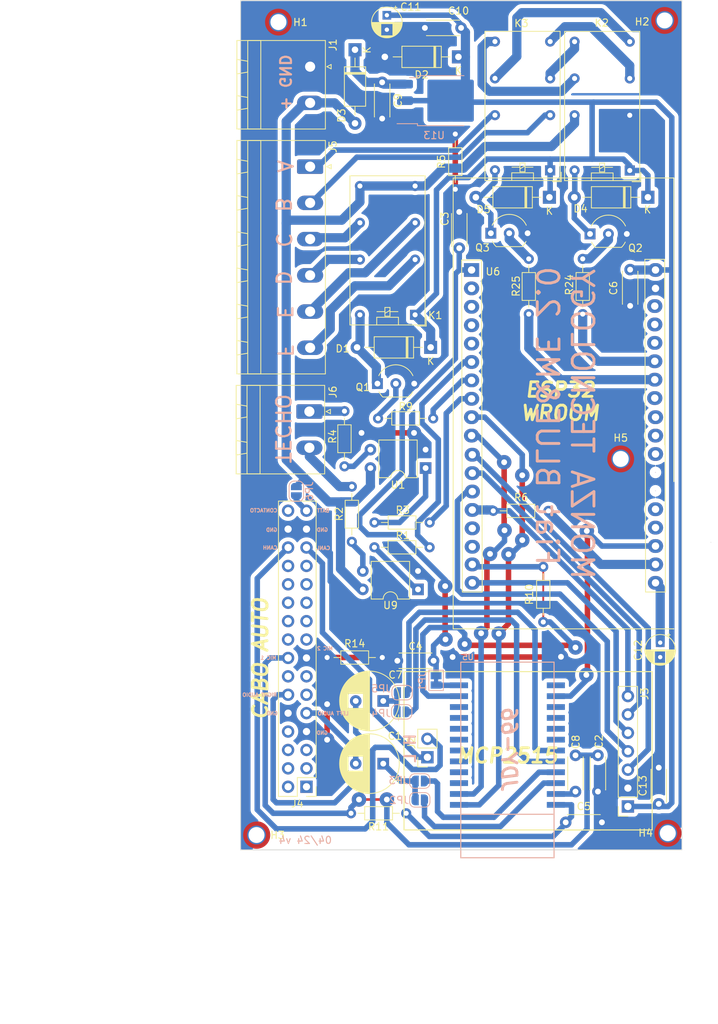
<source format=kicad_pcb>
(kicad_pcb (version 20240108) (generator "pcbnew") (generator_version "8.0")
  (title_block (title "FIAT CAN + TECHO + ESPEJOS+ Bt") (date "2024-04-05") (rev "V2") (company "MONZA"))
  (layers (0 "F.Cu" signal) (31 "B.Cu" signal) (34 "B.Paste" user) (35 "F.Paste" user) (36 "B.SilkS" user "B.Silkscreen") (37 "F.SilkS" user "F.Silkscreen") (38 "B.Mask" user) (39 "F.Mask" user) (44 "Edge.Cuts" user))
  (net 0 "")
  (net 1 "+12V")
  (net 2 "BATT-")
  (net 3 "+5V")
  (net 5 "Net-(D1-A)")
  (net 6 "BATT+")
  (net 7 "Net-(D4-A)")
  (net 8 "Net-(D5-A)")
  (net 9 "OPEN_TECH_CAR")
  (net 10 "CLOSE_TECH_CAR")
  (net 11 "CANL_50")
  (net 12 "CANH_50")
  (net 13 "CLOSE_MIRR_CAR")
  (net 14 "OPEN_MIRR_CAR")
  (net 15 "CS")
  (net 16 "SO")
  (net 17 "SI")
  (net 18 "SCK")
  (net 19 "INT")
  (net 20 "TECHO+'")
  (net 21 "TECHO+")
  (net 22 "MIRROR+'")
  (net 23 "MIRROR+")
  (net 24 "Net-(K2-Pad6)")
  (net 25 "Net-(K2-Pad8)")
  (net 26 "Net-(K2-Pad9)")
  (net 27 "Net-(K2-Pad11)")
  (net 28 "Net-(Q1-B)")
  (net 29 "Net-(Q2-B)")
  (net 30 "Net-(Q3-B)")
  (net 31 "OPEN_TECH")
  (net 32 "Net-(R1-Pad2)")
  (net 33 "Net-(R2-Pad1)")
  (net 34 "CLOSE_TECH")
  (net 35 "Net-(R3-Pad2)")
  (net 36 "Net-(R4-Pad1)")
  (net 37 "OPEN_MIRR")
  (net 38 "CLOSE_MIRR")
  (net 39 "POWER")
  (net 40 "+3.3VP")
  (net 41 "Net-(JP2-B)")
  (net 48 "Net-(U6-EN)")
  (net 49 "SLEEP")
  (net 59 "R")
  (net 60 "L")
  (net 61 "Net-(U5-MIC-VCC)")
  (net 62 "MIC 1")
  (net 63 "RTSAUDIO")
  (net 64 "TXAUDIO")
  (net 65 "RXAUDIO")
  (net 70 "Net-(JP4-B)")
  (net 71 "Net-(U5-MIC-IN)")
  (net 72 "USB_D+")
  (net 73 "Net-(J4-Pin_31)")
  (net 83 "USB_D-")
  (net 84 "USB_+5V")
  (net 91 "CONTACTO")
  (net 92 "Net-(JP1-A)")
  (net 99 "Net-(JP3-A)")
  (net 100 "Net-(JP4-A)")
  (net 101 "Net-(JP5-A)")
  (net 103 "ESTADOBT")
  (net 104 "Net-(JP2-A)")
  (footprint "Capacitor_THT:C_Disc_D4.3mm_W1.9mm_P5.00mm" (layer "F.Cu") (at 148.3 139.4 -90)
    (property "Reference" "C8")
    (property "Value" "1uf")
  )
  (footprint "Package_TO_SOT_THT:TO-92_Inline_Wide" (layer "F.Cu") (at 120.95 88.1)
    (property "Reference" "Q1")
    (property "Value" "BC547")
  )
  (footprint "Connector_Phoenix_MSTB:PhoenixContact_MSTBA_2,5_2-G_1x02_P5.00mm_Horizontal" (layer "F.Cu") (at 111.55 91.95 -90)
    (property "Reference" "J6")
    (property "Value" "Alimentacion")
  )
  (footprint "Capacitor_THT:CP_Radial_D8.0mm_P3.80mm" (layer "F.Cu") (at 121.75 131.9 180)
    (property "Reference" "C7")
    (property "Value" "220uf")
  )
  (footprint "Resistor_THT:R_Axial_DIN0204_L3.6mm_D1.6mm_P7.62mm_Horizontal" (layer "F.Cu") (at 141.85 78.5 90)
    (property "Reference" "R25")
    (property "Value" "1k")
  )
  (footprint "Connector_Phoenix_MSTB:PhoenixContact_MSTBA_2,5_2-G_1x02_P5.00mm_Horizontal" (layer "F.Cu") (at 111.65 44.35 -90)
    (property "Reference" "J1")
    (property "Value" "Bateria")
  )
  (footprint "Capacitor_THT:C_Disc_D4.3mm_W1.9mm_P5.00mm" (layer "F.Cu") (at 132.5 39 180)
    (property "Reference" "C10")
    (property "Value" "100n")
  )
  (footprint "Resistor_THT:R_Axial_DIN0204_L3.6mm_D1.6mm_P7.62mm_Horizontal" (layer "F.Cu") (at 149.3 78.5 90)
    (property "Reference" "R24")
    (property "Value" "1k")
  )
  (footprint "Diode_THT:D_A-405_P10.16mm_Horizontal" (layer "F.Cu") (at 158.3 62.38 180)
    (property "Reference" "D4")
    (property "Value" "1N4007")
  )
  (footprint "Resistor_THT:R_Axial_DIN0204_L3.6mm_D1.6mm_P7.62mm_Horizontal" (layer "F.Cu") (at 116.396 99.516 90)
    (property "Reference" "R4")
    (property "Value" "120")
  )
  (footprint "Resistor_THT:R_Axial_DIN0204_L3.6mm_D1.6mm_P7.62mm_Horizontal" (layer "F.Cu") (at 131.7 61.274 90)
    (property "Reference" "R5")
    (property "Value" "0")
  )
  (footprint "Diode_THT:D_A-405_P10.16mm_Horizontal" (layer "F.Cu") (at 132.13 43 180)
    (property "Reference" "D2")
    (property "Value" "P6KE12A")
  )
  (footprint "Capacitor_THT:C_Disc_D4.3mm_W1.9mm_P5.00mm" (layer "F.Cu") (at 128.7 126.35 180)
    (property "Reference" "C4")
    (property "Value" "100n")
  )
  (footprint "Connector_PinHeader_2.54mm:PinHeader_2x16_P2.54mm_Vertical" (layer "F.Cu") (at 111.15 143.74 180)
    (property "Reference" "J4")
    (property "Value" "CABO_AUTO")
  )
  (footprint "Connector_PinSocket_2.54mm:PinSocket_1x02_P2.54mm_Vertical" (layer "F.Cu") (at 127.85 139.664 180)
    (property "Reference" "J2")
    (property "Value" "CAN_MCP")
  )
  (footprint "Package_TO_SOT_THT:TO-92_Inline_Wide" (layer "F.Cu") (at 150.31 67.44)
    (property "Reference" "Q2")
    (property "Value" "BC547")
  )
  (footprint "MountingHole:MountingHole_2.2mm_M2_DIN965_Pad_TopOnly" (layer "F.Cu") (at 154.545 98.495)
    (property "Reference" "H5")
    (property "Value" "MountingHole_Pad")
  )
  (footprint "Package_DIP:DIP-4_W7.62mm" (layer "F.Cu") (at 126.55 116.5 180)
    (property "Reference" "U9")
    (property "Value" "EL817")
  )
  (footprint "Capacitor_THT:CP_Radial_D4.0mm_P2.00mm" (layer "F.Cu") (at 160 123.85 -90)
    (property "Reference" "C12")
    (property "Value" "1uf")
  )
  (footprint "Resistor_THT:R_Axial_DIN0204_L3.6mm_D1.6mm_P7.62mm_Horizontal" (layer "F.Cu") (at 143.85 121 90)
    (property "Reference" "R10")
    (property "Value" "0")
  )
  (footprint "Connector_PinSocket_2.54mm:PinSocket_1x07_P2.54mm_Vertical" (layer "F.Cu") (at 155.54 146.464 180)
    (property "Reference" "J3")
    (property "Value" "MCP2515")
  )
  (footprint "Capacitor_THT:C_Disc_D4.3mm_W1.9mm_P5.00mm" (layer "F.Cu") (at 132.25 69.4 90)
    (property "Reference" "C3")
    (property "Value" "100n")
  )
  (footprint "Connector_Phoenix_MSTB:PhoenixContact_MSTBA_2,5_6-G_1x06_P5.00mm_Horizontal" (layer "F.Cu") (at 111.65 58.15 -90)
    (property "Reference" "J5")
    (property "Value" "Señales")
  )
  (footprint "MountingHole:MountingHole_2.2mm_M2_DIN965_Pad_TopOnly" (layer "F.Cu") (at 160.6174 37.9718)
    (property "Reference" "H2")
    (property "Value" "MountingHole_Pad")
  )
  (footprint "Resistor_THT:R_Axial_DIN0204_L3.6mm_D1.6mm_P7.62mm_Horizontal" (layer "F.Cu") (at 117.3 147.4)
    (property "Reference" "R11")
    (property "Value" "1k")
  )
  (footprint "Capacitor_THT:C_Disc_D4.3mm_W1.9mm_P5.00mm" (layer "F.Cu") (at 121.6 46.514 -90)
    (property "Reference" "C9")
    (property "Value" "100n")
  )
  (footprint "Relay_THT:Relay_DPDT_Omron_G5V-2" (layer "F.Cu") (at 155.795 58.68 180)
    (property "Reference" "K2")
    (property "Value" "EC2-3NU")
  )
  (footprint "MountingHole:MountingHole_2.2mm_M2_DIN965_Pad_TopOnly" (layer "F.Cu") (at 104.25 150.4 180)
    (property "Reference" "H3")
    (property "Value" "MountingHole_Pad")
  )
  (footprint "Relay_THT:Relay_DPDT_Omron_G5V-2" (layer "F.Cu") (at 144.8 58.664 180)
    (property "Reference" "K3")
    (property "Value" "EC2-3NU")
  )
  (footprint "Capacitor_THT:CP_Radial_D8.0mm_P3.80mm" (layer "F.Cu") (at 121.75 140.55 180)
    (property "Reference" "C1")
    (property "Value" "220uf")
  )
  (footprint "Resistor_THT:R_Axial_DIN0204_L3.6mm_D1.6mm_P7.62mm_Horizontal" (layer "F.Cu") (at 136.9455 105.6585)
    (property "Reference" "R6")
    (property "Value" "1K")
  )
  (footprint "Diode_THT:D_A-405_P10.16mm_Horizontal" (layer "F.Cu") (at 117.85 42.014 -90)
    (property "Reference" "D3")
    (property "Value" "D_Schottky 1N5819")
  )
  (footprint "Capacitor_THT:CP_Radial_D4.0mm_P2.00mm" (layer "F.Cu") (at 122.25 37.25 -90)
    (property "Reference" "C11")
    (property "Value" "10u")
  )
  (footprint "Resistor_THT:R_Axial_DIN0204_L3.6mm_D1.6mm_P7.62mm_Horizontal" (layer "F.Cu") (at 128.15 110.689 180)
    (property "Reference" "R1")
    (property "Value" "150")
  )
  (footprint "Diode_THT:D_A-405_P10.16mm_Horizontal" (layer "F.Cu") (at 128.3 83.1 180)
    (property "Reference" "D1")
    (property "Value" "1N4007")
  )
  (footprint "Capacitor_THT:C_Disc_D4.3mm_W1.9mm_P5.00mm" (layer "F.Cu") (at 151.4 139.4 -90)
    (property "Reference" "C2")
    (property "Value" "100nf")
  )
  (footprint "Relay_THT:Relay_DPDT_Omron_G5V-2" (layer "F.Cu") (at 126.15 78.6 180)
    (property "Reference" "K1")
    (property "Value" "EC2-3NU")
  )
  (footprint "MountingHole:MountingHole_2.2mm_M2_DIN965_Pad_TopOnly" (layer "F.Cu") (at 161.05 150.15)
    (property "Reference" "H4")
    (property "Value" "MountingHole_Pad")
  )
  (footprint "Package_DIP:DIP-4_W7.62mm" (layer "F.Cu") (at 127.6 99.75 180)
    (property "Reference" "U1")
    (property "Value" "EL817")
  )
  (footprint "Resistor_THT:R_Axial_DIN0204_L3.6mm_D1.6mm_P7.62mm_Horizontal" (layer "F.Cu") (at 114 125.9)
    (property "Reference" "R14")
    (property "Value" "0")
  )
  (footprint "Resistor_THT:R_Axial_DIN0204_L3.6mm_D1.6mm_P7.62mm_Horizontal" (layer "F.Cu") (at 128.16 107.264 180)
    (property "Reference" "R3")
    (property "Value" "150")
  )
  (footprint "Resistor_THT:R_Axial_DIN0204_L3.6mm_D1.6mm_P7.62mm_Horizontal" (layer "F.Cu") (at 128.65 92.9 180)
    (property "Reference" "R9")
    (property "Value" "1k")
  )
  (footprint "Resistor_THT:R_Axial_DIN0204_L3.6mm_D1.6mm_P7.62mm_Horizontal" (layer "F.Cu") (at 117.412 109.93 90)
    (property "Reference" "R2")
    (property "Value" "120")
  )
  (footprint "Diode_THT:D_A-405_P10.16mm_Horizontal" (layer "F.Cu") (at 144.7 62.38 180)
    (property "Reference" "D5")
    (property "Value" "1N4007")
  )
  (footprint "Package_TO_SOT_THT:TO-92_Inline_Wide" (layer "F.Cu") (at 136.61 67.34)
    (property "Reference" "Q3")
    (property "Value" "BC547")
  )
  (footprint "Capacitor_THT:C_Disc_D4.3mm_W1.9mm_P5.00mm" (layer "F.Cu") (at 155.85 72.364 -90)
    (property "Reference" "C6")
    (property "Value" "100n")
  )
  (footprint "MountingHole:MountingHole_2.2mm_M2_DIN965_Pad_TopOnly" (layer "F.Cu") (at 107.2774 38.2004)
    (property "Reference" "H1")
    (property "Value" "MountingHole_Pad")
  )
  (footprint "Capacitor_THT:C_Disc_D4.3mm_W1.9mm_P5.00mm" (layer "F.Cu") (at 146.95 148.65)
    (property "Reference" "C5")
    (property "Value" "1uf")
  )
  (footprint "IMSA:ESP32_DEVKIT11" (layer "F.Cu") (at 146.65 74.954)
    (property "Reference" "U6")
    (property "Value" "ESP32-DEVKIT-V1")
  )
  (footprint "Capacitor_THT:C_Disc_D4.3mm_W1.9mm_P5.00mm" (layer "F.Cu") (at 159.8 146.1 90)
    (property "Reference" "C13")
    (property "Value" "100n")
  )
  (footprint "PLACA_PROTO - copia:JDY-18" (layer "B.Cu") (at 131.46 125.5369)
    (property "Reference" "U5")
    (property "Value" "JDY-66")
  )
  (footprint "Jumper:SolderJumper-2_P1.3mm_Open_RoundedPad1.0x1.5mm" (layer "B.Cu") (at 109.75 102.95 90)
    (property "Reference" "JP6")
    (property "Value" "SolderJumper_2_Open")
  )
  (footprint "Jumper:SolderJumper-2_P1.3mm_Open_RoundedPad1.0x1.5mm" (layer "B.Cu") (at 124.35 130.75 180)
    (property "Reference" "JP5")
    (property "Value" "SolderJumper_2_Open")
  )
  (footprint "Jumper:SolderJumper-2_P1.3mm_Open_RoundedPad1.0x1.5mm" (layer "B.Cu") (at 126.8 142.95 180)
    (property "Reference" "JP3")
    (property "Value" "SolderJumper_2_Open")
  )
  (footprint "Jumper:SolderJumper-2_P1.3mm_Bridged_Pad1.0x1.5mm" (layer "B.Cu") (at 129.05 129.05 90)
    (property "Reference" "JP1")
    (property "Value" "5V")
  )
  (footprint "Jumper:SolderJumper-2_P1.3mm_Open_RoundedPad1.0x1.5mm" (layer "B.Cu") (at 126.8 145.55 180)
    (property "Reference" "JP2")
    (property "Value" "SolderJumper_2_Open")
  )
  (footprint "Package_TO_SOT_SMD:TO-252-3_TabPin2" (layer "B.Cu") (at 129.7925 49.044)
    (property "Reference" "U13")
    (property "Value" "LM1117DT-5.0")
  )
  (footprint "Jumper:SolderJumper-2_P1.3mm_Open_RoundedPad1.0x1.5mm" (layer "B.Cu") (at 124.3 133.4 180)
    (property "Reference" "JP4")
    (property "Value" "SolderJumper_2_Open")
  )
  (gr_rect (start 124.62 127.85) (end 158.89 149.7) (stroke (width 0.15)) (fill none) (layer "F.SilkS"))
  (gr_rect (start 102.05 35.25) (end 163 152.45) (stroke (width 0.1)) (fill none) (layer "Edge.Cuts"))
  (gr_line (start 167 110) (end 167 110) (stroke (width 0.1)) (layer "Edge.Cuts"))
  (gr_text "E" (at 106.943 79.309524 -90) (layer "B.SilkS") (effects (font (size 2 2) (thickness 0.3)) (justify left bottom mirror)))
  (gr_text "A" (at 106.993 59.164286 -90) (layer "B.SilkS") (effects (font (size 2 2) (thickness 0.3)) (justify left bottom mirror)))
  (gr_text "RIGHT AUDIO" (at 107.13 131.35 0) (layer "B.SilkS") (effects (font (size 0.5 0.5) (thickness 0.125)) (justify left bottom mirror)))
  (gr_text "L" (at 126.35 138.95 90) (layer "B.SilkS") (effects (font (size 1.5 1.5) (thickness 0.3) (bold yes)) (justify left bottom mirror)))
  (gr_text "MIC 2" (at 114.86 124.95 0) (layer "B.SilkS") (effects (font (size 0.5 0.5) (thickness 0.125)) (justify left bottom mirror)))
  (gr_text "BATT" (at 114.38 105.92 0) (layer "B.SilkS") (effects (font (size 0.5 0.5) (thickness 0.125)) (justify left bottom mirror)))
  (gr_text "D" (at 106.743 74.7 -90) (layer "B.SilkS") (effects (font (size 2 2) (thickness 0.3)) (justify left bottom mirror)))
  (gr_text "CANL" (at 114.49 111.09 0) (layer "B.SilkS") (effects (font (size 0.5 0.5) (thickness 0.125)) (justify left bottom mirror)))
  (gr_text "C" (at 106.793 69.5 -90) (layer "B.SilkS") (effects (font (size 2 2) (thickness 0.3)) (justify left bottom mirror)))
  (gr_text "MIC 1" (at 107.05 126.24 0) (layer "B.SilkS") (effects (font (size 0.5 0.5) (thickness 0.125)) (justify left bottom mirror)))
  (gr_text "GND\n" (at 114.18 108.57 0) (layer "B.SilkS") (effects (font (size 0.5 0.5) (thickness 0.125)) (justify left bottom mirror)))
  (gr_text "JDY-66" (at 139.115 138.635 -90) (layer "B.SilkS") (effects (font (size 2 2) (thickness 0.4) (bold yes) (italic yes)) (justify mirror)))
  (gr_text "LEFT AUDIO" (at 117.049 133.9115 0) (layer "B.SilkS") (effects (font (size 0.5 0.5) (thickness 0.125)) (justify left bottom mirror)))
  (gr_text "04/24 v4" (at 114.75 151.7 0) (layer "B.SilkS") (effects (font (size 1 1)) (justify left bottom mirror)))
  (gr_text "GND\n" (at 114.16 136.59 0) (layer "B.SilkS") (effects (font (size 0.5 0.5) (thickness 0.125)) (justify left bottom mirror)))
  (gr_text "CANH" (at 107.2 111.04 0) (layer "B.SilkS") (effects (font (size 0.5 0.5) (thickness 0.125)) (justify left bottom mirror)))
  (gr_text "MONZA TECNOLOGY \nFiat BLUE&ME 2.0" (at 146.8 92.57 270) (layer "B.SilkS") (effects (font (size 3 3) (thickness 0.4)) (justify mirror)))
  (gr_text "+" (at 109.5 50.2 0) (layer "B.SilkS") (effects (font (size 1.5 1.5) (thickness 0.3) (bold yes)) (justify left bottom mirror)))
  (gr_text "GND\n" (at 107.24 133.9 0) (layer "B.SilkS") (effects (font (size 0.5 0.5) (thickness 0.125)) (justify left bottom mirror)))
  (gr_text "TECHO\n" (at 106.693 99.27381 -90) (layer "B.SilkS") (effects (font (size 2 2) (thickness 0.3)) (justify left bottom mirror)))
  (gr_text "F" (at 106.993 84.614286 -90) (layer "B.SilkS") (effects (font (size 2 2) (thickness 0.3)) (justify left bottom mirror)))
  (gr_text "GND" (at 107.308 47.471428 -90) (layer "B.SilkS") (effects (font (size 1.5 1.5) (thickness 0.3) (bold yes)) (justify left bottom mirror)))
  (gr_text "H" (at 126.32 136.26 90) (layer "B.SilkS") (effects (font (size 1.5 1.5) (thickness 0.3) (bold yes)) (justify left bottom mirror)))
  (gr_text "B" (at 106.743 64.6 -90) (layer "B.SilkS") (effects (font (size 2 2) (thickness 0.3)) (justify left bottom mirror)))
  (gr_text "CONTACTO\n" (at 107.2 105.9 0) (layer "B.SilkS") (effects (font (size 0.5 0.5) (thickness 0.125)) (justify left bottom mirror)))
  (gr_text "GND\n" (at 107.19 108.58 0) (layer "B.SilkS") (effects (font (size 0.5 0.5) (thickness 0.125)) (justify left bottom mirror)))
  (gr_text "ESP32\nWROOM" (at 146.205 90.554998 0) (layer "F.SilkS") (effects (font (size 2 2) (thickness 0.4) (bold yes) (italic yes))))
  (gr_text "CABO AUTO" (at 104.785 126.045 90) (layer "F.SilkS") (effects (font (size 2 2) (thickness 0.4) (bold yes) (italic yes))))
  (gr_text "MCP2515" (at 138.9 139.45 0) (layer "F.SilkS") (effects (font (size 2 2) (thickness 0.4) (bold yes) (italic yes))))
  (segment (start 119.35 46.514) (end 121.6 46.514) (width 1.27) (layer "B.Cu") (net 1))
  (segment (start 117.85 45.014) (end 119.35 46.514) (width 1.27) (layer "B.Cu") (net 1))
  (segment (start 117.85 45.014) (end 117.85 42.014) (width 1.27) (layer "B.Cu") (net 1))
  (segment (start 124.7525 46.764) (end 121.85 46.764) (width 1.27) (layer "B.Cu") (net 1))
  (segment (start 121.85 46.764) (end 121.6 46.514) (width 1.27) (layer "B.Cu") (net 1))
  (segment (start 126 94.9) (end 118.75 94.9) (width 0.762) (layer "F.Cu") (net 2))
  (segment (start 114 125.9) (end 121.62 125.9) (width 0.762) (layer "F.Cu") (net 2))
  (segment (start 131.328909 125.83399) (end 146.266008 125.83399) (width 0.762) (layer "F.Cu") (net 2))
  (segment (start 114 132.34) (end 114 137.25) (width 0.762) (layer "F.Cu") (net 2))
  (segment (start 131.7 61.274) (end 131.7 53.654) (width 0.762) (layer "F.Cu") (net 2))
  (segment (start 146.266008 125.83399) (end 146.299998 125.8) (width 0.762) (layer "F.Cu") (net 2))
  (via (at 114 137.25) (size 2) (drill 0.8) (layers "F.Cu" "B.Cu") (net 2))
  (via (at 126 94.9) (size 2) (drill 0.8) (layers "F.Cu" "B.Cu") (net 2))
  (via (at 146.299998 125.8) (size 2) (drill 0.8) (layers "F.Cu" "B.Cu") (net 2))
  (via (at 118.75 94.9) (size 2) (drill 0.8) (layers "F.Cu" "B.Cu") (net 2))
  (via (at 131.328909 125.83399) (size 2) (drill 0.8) (layers "F.Cu" "B.Cu") (net 2))
  (via (at 114 132.34) (size 2) (drill 0.8) (layers "F.Cu" "B.Cu") (net 2))
  (segment (start 114 125.9) (end 113.95 125.95) (width 0.762) (layer "B.Cu") (net 2))
  (segment (start 155.064 144.4) (end 155.54 143.924) (width 0.762) (layer "B.Cu") (net 2))
  (segment (start 114 132.09) (end 114 132.34) (width 0.762) (layer "B.Cu") (net 2))
  (segment (start 111.15 108.18) (end 114.434 111.464) (width 0.762) (layer "B.Cu") (net 2))
  (segment (start 131.328909 125.83399) (end 132.21 126.715081) (width 0.762) (layer "B.Cu") (net 2))
  (segment (start 114.434 115.384) (end 121.62 122.57) (width 0.762) (layer "B.Cu") (net 2))
  (segment (start 151.4 148.1) (end 151.4 144.4) (width 0.762) (layer "B.Cu") (net 2))
  (segment (start 132.25 64.4) (end 132.25 61.824) (width 0.762) (layer "B.Cu") (net 2))
  (segment (start 111.16 125.95) (end 111.15 125.96) (width 0.762) (layer "B.Cu") (net 2))
  (segment (start 159.8 141.8) (end 159.8 141.1) (width 0.762) (layer "B.Cu") (net 2))
  (segment (start 127.6 97.21) (end 127.6 96.5) (width 0.762) (layer "B.Cu") (net 2))
  (segment (start 155.54 143.924) (end 157.676 143.924) (width 0.762) (layer "B.Cu") (net 2))
  (segment (start 113.95 125.95) (end 111.16 125.95) (width 0.762) (layer "B.Cu") (net 2))
  (segment (start 151.95 148.65) (end 151.4 148.1) (width 0.762) (layer "B.Cu") (net 2))
  (segment (start 127.5 39) (end 122.5 39) (width 0.762) (layer "B.Cu") (net 2))
  (segment (start 121.62 122.57) (end 121.62 125.9) (width 0.762) (layer "B.Cu") (net 2))
  (segment (start 132.21 126.715081) (end 132.21 128.2369) (width 0.762) (layer "B.Cu") (net 2))
  (segment (start 127.6 96.5) (end 126 94.9) (width 0.762) (layer "B.Cu") (net 2))
  (segment (start 114.434 111.464) (end 114.434 115.384) (width 0.762) (layer "B.Cu") (net 2))
  (segment (start 151.4 144.4) (end 155.064 144.4) (width 0.762) (layer "B.Cu") (net 2))
  (segment (start 110.59 125.96) (end 111.15 125.96) (width 0.35) (layer "B.Cu") (net 2))
  (segment (start 122.5 39) (end 122.25 39.25) (width 0.762) (layer "B.Cu") (net 2))
  (segment (start 114 125.9) (end 114 132.09) (width 0.762) (layer "B.Cu") (net 2))
  (segment (start 132.25 61.824) (end 131.7 61.274) (width 0.762) (layer "B.Cu") (net 2))
  (segment (start 155.39 67.974) (end 155.39 67.44) (width 0.762) (layer "B.Cu") (net 2))
  (segment (start 155.39 67.44) (end 155.39 67.474) (width 1.27) (layer "B.Cu") (net 2))
  (segment (start 157.676 143.924) (end 159.8 141.8) (width 0.762) (layer "B.Cu") (net 2))
  (segment (start 159.35 72.414) (end 155.9 72.414) (width 1.27) (layer "B.Cu") (net 3))
  (segment (start 161.086 146.464) (end 161.6 145.95) (width 0.762) (layer "B.Cu") (net 3))
  (segment (start 150.8 49.25) (end 159.486 49.25) (width 0.762) (layer "B.Cu") (net 3))
  (segment (start 132.15 43) (end 132.13 43) (width 1.27) (layer "B.Cu") (net 3))
  (segment (start 131.2585 49.25) (end 131.0525 49.044) (width 0.762) (layer "B.Cu") (net 3))
  (segment (start 126.15 78.6) (end 126.15 78.614) (width 1.27) (layer "B.Cu") (net 3))
  (segment (start 133.1 47.1465) (end 133.1 43) (width 1.27) (layer "B.Cu") (net 3))
  (segment (start 144.8 57.114) (end 144.8 58.664) (width 0.762) (layer "B.Cu") (net 3))
  (segment (start 122.25 37.25) (end 131.2 37.25) (width 0.762) (layer "B.Cu") (net 3))
  (segment (start 133.5 59.664) (end 136.05 57.114) (width 0.762) (layer "B.Cu") (net 3))
  (segment (start 159.35 72.414) (end 161.575 72.414) (width 0.762) (layer "B.Cu") (net 3))
  (segment (start 158.3 59.35) (end 158.3 62.38) (width 0.762) (layer "B.Cu") (net 3))
  (segment (start 128.3 80.764) (end 128.3 83.1) (width 1.27) (layer "B.Cu") (net 3))
  (segment (start 155.9 72.414) (end 155.85 72.364) (width 1.27) (layer "B.Cu") (net 3))
  (segment (start 150.8 49.25) (end 131.2585 49.25) (width 0.762) (layer "B.Cu") (net 3))
  (segment (start 136.05 57.114) (end 144.8 57.114) (width 0.762) (layer "B.Cu") (net 3))
  (segment (start 144.7 62.38) (end 144.8 62.28) (width 0.762) (layer "B.Cu") (net 3))
  (segment (start 126.15 78.614) (end 128.3 80.764) (width 1.27) (layer "B.Cu") (net 3))
  (segment (start 144.8 62.28) (end 144.8 58.664) (width 0.762) (layer "B.Cu") (net 3))
  (segment (start 132.5 38.55) (end 132.5 39) (width 0.762) (layer "B.Cu") (net 3))
  (segment (start 150.6 49.45) (end 150.8 49.25) (width 0.762) (layer "B.Cu") (net 3))
  (segment (start 154.914 57.114) (end 155.795 57.995) (width 0.762) (layer "B.Cu") (net 3))
  (segment (start 129.1 61.364) (end 130.8 59.664) (width 0.762) (layer "B.Cu") (net 3))
  (segment (start 133.1 39.6) (end 132.5 39) (width 1.27) (layer "B.Cu") (net 3))
  (segment (start 126.15 78.6) (end 129.1 75.65) (width 0.762) (layer "B.Cu") (net 3))
  (segment (start 155.54 146.464) (end 161.086 146.464) (width 0.762) (layer "B.Cu") (net 3))
  (segment (start 155.795 57.995) (end 155.795 58.68) (width 0.762) (layer "B.Cu") (net 3))
  (segment (start 161.6 145.95) (end 161.6 72.389) (width 0.762) (layer "B.Cu") (net 3))
  (segment (start 144.8 57.114) (end 154.914 57.114) (width 0.762) (layer "B.Cu") (net 3))
  (segment (start 161.6 51.364) (end 161.6 72.389) (width 0.762) (layer "B.Cu") (net 3))
  (segment (start 133.1 43) (end 133.1 39.6) (width 1.27) (layer "B.Cu") (net 3))
  (segment (start 129.1 75.65) (end 129.1 61.364) (width 0.762) (layer "B.Cu") (net 3))
  (segment (start 130.8 59.664) (end 133.5 59.664) (width 0.762) (layer "B.Cu") (net 3))
  (segment (start 124.7525 49.044) (end 131.0525 49.044) (width 0.762) (layer "B.Cu") (net 3))
  (segment (start 155.795 58.68) (end 157.63 58.68) (width 0.762) (layer "B.Cu") (net 3))
  (segment (start 132.7275 47.519) (end 133.1 47.1465) (width 0.762) (layer "B.Cu") (net 3))
  (segment (start 159.486 49.25) (end 161.6 51.364) (width 0.762) (layer "B.Cu") (net 3))
  (segment (start 131.2 37.25) (end 132.5 38.55) (width 0.762) (layer "B.Cu") (net 3))
  (segment (start 161.575 72.414) (end 161.6 72.389) (width 0.762) (layer "B.Cu") (net 3))
  (segment (start 157.63 58.68) (end 158.3 59.35) (width 0.762) (layer "B.Cu") (net 3))
  (segment (start 150.6 57.114) (end 150.6 49.45) (width 0.762) (layer "B.Cu") (net 3))
  (segment (start 118.55 78.62) (end 118.55 82.69) (width 1.27) (layer "B.Cu") (net 5))
  (segment (start 118.55 82.69) (end 118.14 83.1) (width 1.27) (layer "B.Cu") (net 5))
  (segment (start 120.803 85.763) (end 118.14 83.1) (width 1.27) (layer "B.Cu") (net 5))
  (segment (start 120.95 88.1) (end 120.803 87.953) (width 1.27) (layer "B.Cu") (net 5))
  (segment (start 118.53 78.6) (end 118.55 78.62) (width 1.27) (layer "B.Cu") (net 5))
  (segment (start 120.803 87.953) (end 120.803 85.763) (width 1.27) (layer "B.Cu") (net 5))
  (segment (start 145 55.364) (end 148.175 52.189) (width 1.27) (layer "B.Cu") (net 6))
  (segment (start 109.75 102.2) (end 110.855 101.095) (width 0.762) (layer "B.Cu") (net 6))
  (segment (start 108.775 65.539) (end 108.35 65.964) (width 1.27) (layer "B.Cu") (net 6))
  (segment (start 117.85 52.164) (end 117.85 52.174) (width 1.27) (layer "B.Cu") (net 6))
  (segment (start 108.35 65.964) (end 108.35 51.889) (width 1.27) (layer "B.Cu") (net 6))
  (segment (start 117.825 104.425) (end 114.185 104.425) (width 1.27) (layer "B.Cu") (net 6))
  (segment (start 118.93 116.5) (end 118.68 116.5) (width 1.27) (layer "B.Cu") (net 6))
  (segment (start 115.85 113.67) (end 115.85 104.475) (width 1.27) (layer "B.Cu") (net 6))
  (segment (start 117.825 104.425) (end 119.98 102.27) (width 1.27) (layer "B.Cu") (net 6))
  (segment (start 119.98 102.27) (end 119.98 99.75) (width 1.27) (layer "B.Cu") (net 6))
  (segment (start 118.68 116.5) (end 115.85 113.67) (width 1.27) (layer "B.Cu") (net 6))
  (segment (start 148.175 52.189) (end 148.175 51.06) (width 1.27) (layer "B.Cu") (net 6))
  (segment (start 126.15 60.82) (end 127.584 60.82) (width 1.27) (layer "B.Cu") (net 6))
  (segment (start 130.04 58.364) (end 132.836 58.364) (width 1.27) (layer "B.Cu") (net 6))
  (segment (start 110.889 49.35) (end 111.65 49.35) (width 1.27) (layer "B.Cu") (net 6))
  (segment (start 115.85 104.475) (end 115.9 104.425) (width 1.27) (layer "B.Cu") (net 6))
  (segment (start 108.35 51.889) (end 110.889 49.35) (width 1.27) (layer "B.Cu") (net 6))
  (segment (start 118.53 63.034) (end 116.025 65.539) (width 1.27) (layer "B.Cu") (net 6))
  (segment (start 127.584 60.82) (end 130.04 58.364) (width 1.27) (layer "B.Cu") (net 6))
  (segment (start 114.185 104.425) (end 108.35 98.59) (width 1.27) (layer "B.Cu") (net 6))
  (segment (start 108.35 98.59) (end 108.35 65.964) (width 1.27) (layer "B.Cu") (net 6))
  (segment (start 109.75 102.3) (end 109.75 102.2) (width 0.762) (layer "B.Cu") (net 6))
  (segment (start 111.65 49.35) (end 115.036 49.35) (width 1.27) (layer "B.Cu") (net 6))
  (segment (start 115.036 49.35) (end 117.85 52.164) (width 1.27) (layer "B.Cu") (net 6))
  (segment (start 135.836 55.364) (end 145 55.364) (width 1.27) (layer "B.Cu") (net 6))
  (segment (start 118.53 60.82) (end 118.53 63.034) (width 1.27) (layer "B.Cu") (net 6))
  (segment (start 118.53 60.82) (end 126.15 60.82) (width 1.27) (layer "B.Cu") (net 6))
  (segment (start 115.9 104.425) (end 117.825 104.425) (width 1.27) (layer "B.Cu") (net 6))
  (segment (start 116.025 65.539) (end 108.775 65.539) (width 1.27) (layer "B.Cu") (net 6))
  (segment (start 132.836 58.364) (end 135.836 55.364) (width 1.27) (layer "B.Cu") (net 6))
  (segment (start 148.14 62.38) (end 148.14 65.27) (width 0.762) (layer "B.Cu") (net 7))
  (segment (start 148.14 65.27) (end 150.31 67.44) (width 0.762) (layer "B.Cu") (net 7))
  (segment (start 148.2 62.32) (end 148.2 58.705) (width 0.762) (layer "B.Cu") (net 7))
  (segment (start 148.2 58.705) (end 148.175 58.68) (width 0.762) (layer "B.Cu") (net 7))
  (segment (start 148.14 62.38) (end 148.2 62.32) (width 0.762) (layer "B.Cu") (net 7))
  (segment (start 136.61 67.34) (end 136.61 64.72) (width 0.762) (layer "B.Cu") (net 8))
  (segment (start 134.54 62.65) (end 134.54 62.38) (width 0.762) (layer "B.Cu") (net 8))
  (segment (start 135.07 62.38) (end 134.54 62.38) (width 0.762) (layer "B.Cu") (net 8))
  (segment (start 137.18 60.27) (end 135.07 62.38) (width 0.762) (layer "B.Cu") (net 8))
  (segment (start 136.61 64.72) (end 134.54 62.65) (width 0.762) (layer "B.Cu") (net 8))
  (segment (start 137.18 58.664) (end 137.18 60.27) (width 0.762) (layer "B.Cu") (net 8))
  (segment (start 117.412 102.31) (end 115.71 102.31) (width 1.27) (layer "B.Cu") (net 9))
  (segment (start 115.71 102.31) (end 111.55 98.15) (width 1.27) (layer "B.Cu") (net 9))
  (segment (start 111.55 98.15) (end 111.55 96.95) (width 1.27) (layer "B.Cu") (net 9))
  (segment (start 116.396 91.896) (end 111.604 91.896) (width 1.27) (layer "B.Cu") (net 10))
  (segment (start 111.604 91.896) (end 111.55 91.95) (width 1.27) (layer "B.Cu") (net 10))
  (segment (start 119.85 132.912) (end 119.85 128.95) (width 0.762) (layer "B.Cu") (net 11))
  (segment (start 119.85 128.95) (end 113.35 122.45) (width 0.762) (layer "B.Cu") (net 11))
  (segment (start 113.35 122.45) (end 113.35 112.92) (width 0.762) (layer "B.Cu") (net 11))
  (segment (start 127.85 139.664) (end 126.602 139.664) (width 0.762) (layer "B.Cu") (net 11))
  (segment (start 113.35 112.92) (end 111.15 110.72) (width 0.762) (layer "B.Cu") (net 11))
  (segment (start 126.602 139.664) (end 119.85 132.912) (width 0.762) (layer "B.Cu") (net 11))
  (segment (start 120.293 148.507) (end 119.25 149.55) (width 0.762) (layer "B.Cu") (net 12))
  (segment (start 120.293 138.657) (end 120.293 148.507) (width 0.762) (layer "B.Cu") (net 12))
  (segment (start 129.026 141.35) (end 125.75 141.35) (width 0.762) (layer "B.Cu") (net 12))
  (segment (start 107 149.55) (end 104.35 146.9) (width 0.762) (layer "B.Cu") (net 12))
  (segment (start 128.474 137.124) (end 129.6 138.25) (width 0.762) (layer "B.Cu") (net 12))
  (segment (start 104.35 114.98) (end 108.61 110.72) (width 0.762) (layer "B.Cu") (net 12))
  (segment (start 127.85 137.124) (end 128.474 137.124) (width 0.762) (layer "B.Cu") (net 12))
  (segment (start 129.6 138.25) (end 129.6 140.776) (width 0.762) (layer "B.Cu") (net 12))
  (segment (start 119.25 149.55) (end 107 149.55) (width 0.762) (layer "B.Cu") (net 12))
  (segment (start 122.7 138.3) (end 120.65 138.3) (width 0.762) (layer "B.Cu") (net 12))
  (segment (start 125.75 141.35) (end 122.7 138.3) (width 0.762) (layer "B.Cu") (net 12))
  (segment (start 120.65 138.3) (end 120.293 138.657) (width 0.762) (layer "B.Cu") (net 12))
  (segment (start 104.35 146.9) (end 104.35 114.98) (width 0.762) (layer "B.Cu") (net 12))
  (segment (start 129.6 140.776) (end 129.026 141.35) (width 0.762) (layer "B.Cu") (net 12))
  (segment (start 137.18 51.044) (end 136.72 51.044) (width 0.762) (layer "B.Cu") (net 13))
  (segment (start 136.72 51.044) (end 131.9 55.864) (width 0.762) (layer "B.Cu") (net 13))
  (segment (start 112.739 58.15) (end 111.65 58.15) (width 0.762) (layer "B.Cu") (net 13))
  (segment (start 115.025 55.864) (end 112.739 58.15) (width 0.762) (layer "B.Cu") (net 13))
  (segment (start 131.9 55.864) (end 115.025 55.864) (width 0.762) (layer "B.Cu") (net 13))
  (segment (start 135.886 53.464) (end 132.5 56.85) (width 0.762) (layer "B.Cu") (net 14))
  (segment (start 118.1 56.85) (end 111.8 63.15) (width 0.762) (layer "B.Cu") (net 14))
  (segment (start 132.5 56.85) (end 118.1 56.85) (width 0.762) (layer "B.Cu") (net 14))
  (segment (start 144.8 51.044) (end 144.086 51.044) (width 0.762) (layer "B.Cu") (net 14))
  (segment (start 141.666 53.464) (end 135.886 53.464) (width 0.762) (layer "B.Cu") (net 14))
  (segment (start 111.8 63.15) (end 111.65 63.15) (width 0.762) (layer "B.Cu") (net 14))
  (segment (start 144.086 51.044) (end 141.666 53.464) (width 0.762) (layer "B.Cu") (net 14))
  (segment (start 158.3536 121.8536) (end 134.414 97.914) (width 0.762) (layer "B.Cu") (net 15))
  (segment (start 155.54 141.384) (end 158.3536 138.5704) (width 0.762) (layer "B.Cu") (net 15))
  (segment (start 158.3536 138.5704) (end 158.3536 121.8536) (width 0.762) (layer "B.Cu") (net 15))
  (segment (start 134.414 97.914) (end 134.05 97.914) (width 0.762) (layer "B.Cu") (net 15))
  (segment (start 132.647274 117.15) (end 132 116.502726) (width 0.762) (layer "B.Cu") (net 16))
  (segment (start 155.54 138.844) (end 152.6926 135.9966) (width 0.762) (layer "B.Cu") (net 16))
  (segment (start 146.158107 117.15) (end 132.647274 117.15) (width 0.762) (layer "B.Cu") (net 16))
  (segment (start 132 104.3) (end 133.306 102.994) (width 0.762) (layer "B.Cu") (net 16))
  (segment (start 152.6926 123.684493) (end 146.158107 117.15) (width 0.762) (layer "B.Cu") (net 16))
  (segment (start 132 116.502726) (end 132 104.3) (width 0.762) (layer "B.Cu") (net 16))
  (segment (start 133.306 102.994) (end 134.05 102.994) (width 0.762) (layer "B.Cu") (net 16))
  (segment (start 152.6926 135.9966) (end 152.6926 123.684493) (width 0.762) (layer "B.Cu") (net 16))
  (segment (start 153.9118 134.6758) (end 153.9118 122.3118) (width 0.762) (layer "B.Cu") (net 17))
  (segment (start 155.54 136.304) (end 153.9118 134.6758) (width 0.762) (layer "B.Cu") (net 17))
  (segment (start 147.194 115.594) (end 134.05 115.594) (width 0.762) (layer "B.Cu") (net 17))
  (segment (start 153.9118 122.3118) (end 147.194 115.594) (width 0.762) (layer "B.Cu") (net 17))
  (segment (start 157.1 132.204) (end 157.1 122.1) (width 0.762) (layer "B.Cu") (net 18))
  (segment (start 135.454 100.454) (end 134.05 100.454) (width 0.762) (layer "B.Cu") (net 18))
  (segment (start 157.1 122.1) (end 135.454 100.454) (width 0.762) (layer "B.Cu") (net 18))
  (segment (start 155.54 133.764) (end 157.1 132.204) (width 0.762) (layer "B.Cu") (net 18))
  (segment (start 139.1585 105.6585) (end 136.9455 105.6585) (width 0.762) (layer "B.Cu") (net 19))
  (segment (start 136.821 105.534) (end 136.045 105.534) (width 1.27) (layer "B.Cu") (net 19))
  (segment (start 155.54 122.04) (end 139.1585 105.6585) (width 0.762) (layer "B.Cu") (net 19))
  (segment (start 155.54 131.224) (end 155.54 122.04) (width 0.762) (layer "B.Cu") (net 19))
  (segment (start 136.9455 105.6585) (end 136.821 105.534) (width 1.27) (layer "B.Cu") (net 19))
  (segment (start 136.045 105.534) (end 134.05 105.534) (width 1.27) (layer "B.Cu") (net 19))
  (segment (start 111.836 67.964) (end 116.466 67.964) (width 1.27) (layer "B.Cu") (net 20))
  (segment (start 116.466 67.964) (end 118.53 65.9) (width 1.27) (layer "B.Cu") (net 20))
  (segment (start 111.65 68.15) (end 111.836 67.964) (width 1.27) (layer "B.Cu") (net 20))
  (segment (start 111.65 73.15) (end 111.85 73.15) (width 1.27) (layer "B.Cu") (net 21))
  (segment (start 111.85 73.15) (end 114.05 70.95) (width 1.27) (layer "B.Cu") (net 21))
  (segment (start 114.05 70.95) (end 118.5 70.95) (width 1.27) (layer "B.Cu") (net 21))
  (segment (start 118.5 70.95) (end 118.53 70.98) (width 1.27) (layer "B.Cu") (net 21))
  (segment (start 117 72.8) (end 119.25 72.8) (width 1.27) (layer "B.Cu") (net 22))
  (segment (start 119.25 72.8) (end 126.15 65.9) (width 1.27) (layer "B.Cu") (net 22))
  (segment (start 111.65 78.15) (end 117 72.8) (width 1.27) (layer "B.Cu") (net 22))
  (segment (start 126.15 70.98) (end 122.53 74.6) (width 1.27) (layer "B.Cu") (net 23))
  (segment (start 122.53 74.6) (end 117.85 74.6) (width 1.27) (layer "B.Cu") (net 23))
  (segment (start 111.85 83.15) (end 111.65 83.15) (width 1.27) (layer "B.Cu") (net 23))
  (segment (start 117.85 74.6) (end 114.435 78.015) (width 1.27) (layer "B.Cu") (net 23))
  (segment (start 114.435 80.565) (end 111.85 83.15) (width 1.27) (layer "B.Cu") (net 23))
  (segment (start 114.435 78.015) (end 114.435 80.565) (width 1.27) (layer "B.Cu") (net 23))
  (segment (start 144.8 40.884) (end 146.8486 38.8354) (width 1.27) (layer "B.Cu") (net 24))
  (segment (start 150.432 38.8354) (end 155.795 44.1984) (width 1.27) (layer "B.Cu") (net 24))
  (segment (start 146.8486 38.8354) (end 150.432 38.8354) (width 1.27) (layer "B.Cu") (net 24))
  (segment (start 155.795 44.1984) (end 155.795 45.98) (width 1.27) (layer "B.Cu") (net 24))
  (segment (start 140.2 42.944) (end 137.18 45.964) (width 1.27) (layer "B.Cu") (net 25))
  (segment (start 155.795 40.9) (end 151.795 36.9) (width 1.27) (layer "B.Cu") (net 25))
  (segment (start 140.9 36.9) (end 140.2 37.6) (width 1.27) (layer "B.Cu") (net 25))
  (segment (start 140.2 37.6) (end 140.2 42.944) (width 1.27) (layer "B.Cu") (net 25))
  (segment (start 151.795 36.9) (end 140.9 36.9) (width 1.27) (layer "B.Cu") (net 25))
  (segment (start 148.175 41.875) (end 144.8 45.25) (width 1.27) (layer "B.Cu") (net 26))
  (segment (start 144.8 45.25) (end 144.8 45.964) (width 1.27) (layer "B.Cu") (net 26))
  (segment (start 148.175 40.9) (end 148.175 41.875) (width 1.27) (layer "B.Cu") (net 26))
  (segment (start 135.4 46.75) (end 136.4 47.75) (width 1.27) (layer "B.Cu") (net 27))
  (segment (start 135.4 41.65) (end 135.4 46.75) (width 1.27) (layer "B.Cu") (net 27))
  (segment (start 136.166 40.884) (end 135.4 41.65) (width 1.27) (layer "B.Cu") (net 27))
  (segment (start 146.405 47.75) (end 148.175 45.98) (width 1.27) (layer "B.Cu") (net 27))
  (segment (start 136.4 47.75) (end 146.405 47.75) (width 1.27) (layer "B.Cu") (net 27))
  (segment (start 137.18 40.884) (end 136.166 40.884) (width 1.27) (layer "B.Cu") (net 27))
  (segment (start 123.49 90.11) (end 123.49 88.1) (width 0.762) (layer "B.Cu") (net 28))
  (segment (start 121.03 92.9) (end 121.03 92.57) (width 0.762) (layer "B.Cu") (net 28))
  (segment (start 121.03 92.57) (end 123.49 90.11) (width 0.762) (layer "B.Cu") (net 28))
  (segment (start 152.85 67.44) (end 152.85 68.264) (width 1.27) (layer "B.Cu") (net 29))
  (segment (start 152.85 68.264) (end 150.234 70.88) (width 1.27) (layer "B.Cu") (net 29))
  (segment (start 150.234 70.88) (end 149.3 70.88) (width 1.27) (layer "B.Cu") (net 29))
  (segment (start 139.15 68.18) (end 141.85 70.88) (width 1.27) (layer "B.Cu") (net 30))
  (segment (start 139.15 67.34) (end 139.15 68.18) (width 1.27) (layer "B.Cu") (net 30))
  (segment (start 132.936 85.114) (end 133.95 85.114) (width 0.762) (layer "B.Cu") (net 31))
  (segment (start 127.1 90.95) (end 132.936 85.114) (width 0.762) (layer "B.Cu") (net 31))
  (segment (start 126.5 107.282) (end 129.354 104.428) (width 0.762) (layer "B.Cu") (net 31))
  (segment (start 126.5 109.039) (end 126.5 107.282) (width 0.762) (layer "B.Cu") (net 31))
  (segment (start 129.354 104.428) (end 129.354 95.8) (width 0.762) (layer "B.Cu") (net 31))
  (segment (start 128.15 110.689) (end 126.5 109.039) (width 0.762) (layer "B.Cu") (net 31))
  (segment (start 129.354 95.8) (end 127.1 93.546) (width 0.762) (layer "B.Cu") (net 31))
  (segment (start 127.1 93.546) (end 127.1 90.95) (width 0.762) (layer "B.Cu") (net 31))
  (segment (start 126.341 116.5) (end 120.53 110.689) (width 0.762) (layer "B.Cu") (net 32))
  (segment (start 126.55 116.5) (end 126.341 116.5) (width 0.762) (layer "B.Cu") (net 32))
  (segment (start 118.93 113.96) (end 118.93 111.68) (width 0.762) (layer "B.Cu") (net 33))
  (segment (start 117.412 110.162) (end 117.412 109.93) (width 0.762) (layer "B.Cu") (net 33))
  (segment (start 118.93 111.68) (end 117.412 110.162) (width 0.762) (layer "B.Cu") (net 33))
  (segment (start 130.45 92.2) (end 132.456 90.194) (width 0.762) (layer "B.Cu") (net 34))
  (segment (start 130.45 104.974) (end 130.45 92.2) (width 0.762) (layer "B.Cu") (net 34))
  (segment (start 128.16 107.264) (end 130.45 104.974) (width 0.762) (layer "B.Cu") (net 34))
  (segment (start 132.456 90.194) (end 133.95 90.194) (width 0.762) (layer "B.Cu") (net 34))
  (segment (start 120.54 107.264) (end 124.01 107.264) (width 0.762) (layer "B.Cu") (net 35))
  (segment (start 124.01 107.264) (end 127.6 103.674) (width 0.762) (layer "B.Cu") (net 35))
  (segment (start 127.6 103.674) (end 127.6 99.75) (width 0.762) (layer "B.Cu") (net 35))
  (segment (start 116.396 99.516) (end 117.674 99.516) (width 0.762) (layer "B.Cu") (net 36))
  (segment (start 117.674 99.516) (end 119.98 97.21) (width 0.762) (layer "B.Cu") (net 36))
  (segment (start 149.3 82.9) (end 149.3 78.5) (width 1.27) (layer "B.Cu") (net 37))
  (segment (start 159.25 85.014) (end 151.414 85.014) (width 1.27) (layer "B.Cu") (net 37))
  (segment (start 151.414 85.014) (end 149.3 82.9) (width 1.27) (layer "B.Cu") (net 37))
  (segment (start 159.25 87.554) (end 146.204 87.554) (width 1.27) (layer "B.Cu") (net 38))
  (segment (start 141.85 83.2) (end 141.85 78.5) (width 1.27) (layer "B.Cu") (net 38))
  (segment (start 146.204 87.554) (end 141.85 83.2) (width 1.27) (layer "B.Cu") (net 38))
  (segment (start 128.65 92.9) (end 128.65 91.7) (width 0.762) (layer "B.Cu") (net 39))
  (segment (start 128.65 91.7) (end 132.696 87.654) (width 0.762) (layer "B.Cu") (net 39))
  (segment (start 132.696 87.654) (end 133.95 87.654) (width 0.762) (layer "B.Cu") (net 39))
  (segment (start 130.3 116.05) (end 130.3 123.35) (width 0.762) (layer "F.Cu") (net 40))
  (segment (start 130.3 123.35) (end 130.35 123.4) (width 0.762) (layer "F.Cu") (net 40))
  (via (at 130.3 116.05) (size 2) (drill 0.8) (layers "F.Cu" "B.Cu") (net 40))
  (via (at 130.35 123.4) (size 2) (drill 0.8) (layers "F.Cu" "B.Cu") (net 40))
  (segment (start 130.3 115.2) (end 130.3 116.05) (width 0.762) (layer "B.Cu") (net 40))
  (segment (start 118.5 106.25) (end 118.5 107.8) (width 0.762) (layer "B.Cu") (net 40))
  (segment (start 124.369 100.381) (end 118.5 106.25) (width 0.762) (layer "B.Cu") (net 40))
  (segment (start 132.25 72.414) (end 131.71 72.954) (width 0.762) (layer "B.Cu") (net 40))
  (segment (start 124.05 108.95) (end 130.3 115.2) (width 0.762) (layer "B.Cu") (net 40))
  (segment (start 132.25 72.414) (end 133.95 72.414) (width 0.762) (layer "B.Cu") (net 40))
  (segment (start 124.369 91.981) (end 124.369 100.381) (width 0.762) (layer "B.Cu") (net 40))
  (segment (start 118.5 107.8) (end 119.65 108.95) (width 0.762) (layer "B.Cu") (net 40))
  (segment (start 132.25 69.4) (end 132.25 72.414) (width 0.762) (layer "B.Cu") (net 40))
  (segment (start 131.71 72.954) (end 131.71 84.64) (width 0.762) (layer "B.Cu") (net 40))
  (segment (start 119.65 108.95) (end 124.05 108.95) (width 0.762) (layer "B.Cu") (net 40))
  (segment (start 129.05 126.7) (end 128.7 126.35) (width 0.762) (layer "B.Cu") (net 40))
  (segment (start 129.55 123.4) (end 130.35 123.4) (width 0.762) (layer "B.Cu") (net 40))
  (segment (start 128.7 124.25) (end 129.55 123.4) (width 0.762) (layer "B.Cu") (net 40))
  (segment (start 131.71 84.64) (end 124.369 91.981) (width 0.762) (layer "B.Cu") (net 40))
  (segment (start 129.05 128.5) (end 129.05 126.7) (width 0.762) (layer "B.Cu") (net 40))
  (segment (start 128.7 126.35) (end 128.7 124.25) (width 0.762) (layer "B.Cu") (net 40))
  (segment (start 126.15 145.55) (end 126.15 142.95) (width 0.762) (layer "B.Cu") (net 41))
  (segment (start 124.15 142.95) (end 121.75 140.55) (width 0.762) (layer "B.Cu") (net 41))
  (segment (start 126.15 142.95) (end 124.15 142.95) (width 0.762) (layer "B.Cu") (net 41))
  (segment (start 160 116.244) (end 160 123.85) (width 1.27) (layer "B.Cu") (net 48))
  (segment (start 159.35 115.594) (end 160 116.244) (width 1.27) (layer "B.Cu") (net 48))
  (segment (start 144.5655 105.8415) (end 151.778 113.054) (width 1.27) (layer "B.Cu") (net 49))
  (segment (start 151.778 113.054) (end 159.35 113.054) (width 1.27) (layer "B.Cu") (net 49))
  (segment (start 144.5655 105.6585) (end 144.5655 105.8415) (width 1.27) (layer "B.Cu") (net 49))
  (segment (start 119.331 137.581) (end 119.331 141.669) (width 0.762) (layer "B.Cu") (net 59))
  (segment (start 107.26 131.04) (end 108.61 131.04) (width 0.762) (layer "B.Cu") (net 59))
  (segment (start 106.55 145.5) (end 106.55 131.75) (width 0.762) (layer "B.Cu") (net 59))
  (segment (start 107 145.95) (end 106.55 145.5) (width 0.762) (layer "B.Cu") (net 59))
  (segment (start 115.05 145.95) (end 107 145.95) (width 0.762) (layer "B.Cu") (net 59))
  (segment (start 119.331 141.669) (end 115.05 145.95) (width 0.762) (layer "B.Cu") (net 59))
  (segment (start 117.95 131.9) (end 117.95 136.2) (width 0.762) (layer "B.Cu") (net 59))
  (segment (start 117.95 136.2) (end 119.331 137.581) (width 0.762) (layer "B.Cu") (net 59))
  (segment (start 106.55 131.75) (end 107.26 131.04) (width 0.762) (layer "B.Cu") (net 59))
  (segment (start 117.95 138.8) (end 112.73 133.58) (width 0.762) (layer "B.Cu") (net 60))
  (segment (start 117.95 140.55) (end 117.95 138.8) (width 0.762) (layer "B.Cu") (net 60))
  (segment (start 112.73 133.58) (end 111.15 133.58) (width 0.762) (layer "B.Cu") (net 60))
  (segment (start 147.75 146.2369) (end 147.75 147.85) (width 0.762) (layer "B.Cu") (net 61))
  (segment (start 145.59 146.2369) (end 147.75 146.2369) (width 0.762) (layer "B.Cu") (net 61))
  (segment (start 147.75 147.85) (end 146.95 148.65) (width 0.762) (layer "B.Cu") (net 61))
  (segment (start 124.92 147.4) (end 128.12 150.6) (width 0.762) (layer "B.Cu") (net 61))
  (segment (start 145.19 150.6) (end 146.95 148.84) (width 0.762) (layer "B.Cu") (net 61))
  (segment (start 128.12 150.6) (end 145.19 150.6) (width 0.762) (layer "B.Cu") (net 61))
  (segment (start 146.95 148.84) (end 146.95 148.65) (width 0.762) (layer "B.Cu") (net 61))
  (segment (start 118.4 145.5) (end 122.25 145.5) (width 0.35) (layer "F.Cu") (net 62))
  (via (at 118.4 145.5) (size 2) (drill 0.8) (layers "F.Cu" "B.Cu") (net 62))
  (via (at 122.25 145.5) (size 2) (drill 0.8) (layers "F.Cu" "B.Cu") (net 62))
  (segment (start 117.3 146.6) (end 117.3 147.4) (width 0.762) (layer "B.Cu") (net 62))
  (segment (start 106.55 147.4) (end 117.3 147.4) (width 0.762) (layer "B.Cu") (net 62))
  (segment (start 105.45 146.3) (end 106.55 147.4) (width 0.762) (layer "B.Cu") (net 62))
  (segment (start 151.4 139.4) (end 148.3 139.4) (width 0.762) (layer "B.Cu") (net 62))
  (segment (start 108.61 125.96) (end 106.19 125.96) (width 0.762) (layer "B.Cu") (net 62))
  (segment (start 105.45 126.7) (end 105.45 146.3) (width 0.762) (layer "B.Cu") (net 62))
  (segment (start 106.19 125.96) (end 105.45 126.7) (width 0.762) (layer "B.Cu") (net 62))
  (segment (start 125.3 151.75) (end 147.75 151.75) (width 0.762) (layer "B.Cu") (net 62))
  (segment (start 149.9 149.6) (end 149.9 139.5) (width 0.762) (layer "B.Cu") (net 62))
  (segment (start 122.25 148.7) (end 125.3 151.75) (width 0.762) (layer "B.Cu") (net 62))
  (segment (start 149.8 139.4) (end 148.3 139.4) (width 0.762) (layer "B.Cu") (net 62))
  (segment (start 118.4 145.5) (end 117.3 146.6) (width 0.762) (layer "B.Cu") (net 62))
  (segment (start 149.9 139.5) (end 149.8 139.4) (width 0.762) (layer "B.Cu") (net 62))
  (segment (start 122.25 145.5) (end 122.25 148.7) (width 0.762) (layer "B.Cu") (net 62))
  (segment (start 147.75 151.75) (end 149.9 149.6) (width 0.762) (layer "B.Cu") (net 62))
  (segment (start 133.000002 124.05) (end 133.169002 124.219) (width 0.762) (layer "F.Cu") (net 63))
  (segment (start 133.169002 124.219) (end 148.000479 124.219) (width 0.762) (layer "F.Cu") (net 63))
  (segment (start 143.85 121) (end 143.85 113.38) (width 0.25) (layer "F.Cu") (net 63))
  (segment (start 148.000479 124.219) (end 148.298081 124.516602) (width 0.762) (layer "F.Cu") (net 63))
  (via (at 148.298081 124.516602) (size 2) (drill 0.8) (layers "F.Cu" "B.Cu") (net 63))
  (via (at 133.000002 124.05) (size 2) (drill 0.8) (layers "F.Cu" "B.Cu") (net 63))
  (segment (start 133.000002 122.650002) (end 133.000002 124.05) (width 0.762) (layer "B.Cu") (net 63))
  (segment (start 134.376 113.38) (end 134.05 113.054) (width 0.762) (layer "B.Cu") (net 63))
  (segment (start 143.85 121) (end 144.781479 121) (width 0.762) (layer "B.Cu") (net 63))
  (segment (start 144.781479 121) (end 148.298081 124.516602) (width 0.762) (layer "B.Cu") (net 63))
  (segment (start 132.21 131.2369) (end 127.9869 131.2369) (width 0.762) (layer "B.Cu") (net 63))
  (segment (start 127.224 122.726) (end 128.181 121.769) (width 0.762) (layer "B.Cu") (net 63))
  (segment (start 132.119 121.769) (end 133.000002 122.650002) (width 0.762) (layer "B.Cu") (net 63))
  (segment (start 143.85 113.38) (end 134.376 113.38) (width 0.762) (layer "B.Cu") (net 63))
  (segment (start 127.224 130.474) (end 127.224 122.726) (width 0.762) (layer "B.Cu") (net 63))
  (segment (start 127.9869 131.2369) (end 127.224 130.474) (width 0.762) (layer "B.Cu") (net 63))
  (segment (start 128.181 121.769) (end 132.119 121.769) (width 0.762) (layer "B.Cu") (net 63))
  (segment (start 139.05 121.250002) (end 137.7 122.600002) (width 0.762) (layer "F.Cu") (net 64))
  (segment (start 140.95 100.75) (end 140.95 109.7) (width 0.762) (layer "F.Cu") (net 64))
  (segment (start 139.05 111.65) (end 139.05 121.250002) (width 0.762) (layer "F.Cu") (net 64))
  (via (at 140.95 100.75) (size 2) (drill 0.8) (layers "F.Cu" "B.Cu") (net 64))
  (via (at 137.7 122.600002) (size 2) (drill 0.8) (layers "F.Cu" "B.Cu") (net 64))
  (via (at 139.05 111.65) (size 2) (drill 0.8) (layers "F.Cu" "B.Cu") (net 64))
  (via (at 140.95 109.7) (size 2) (drill 0.8) (layers "F.Cu" "B.Cu") (net 64))
  (segment (start 140.95 100.75) (end 140.95 97.922) (width 0.762) (layer "B.Cu") (net 64))
  (segment (start 140.95 97.922) (end 135.762 92.734) (width 0.762) (layer "B.Cu") (net 64))
  (segment (start 139.05 111.65) (end 139.4 111.65) (width 0.762) (layer "B.Cu") (net 64))
  (segment (start 132.21 146.2369) (end 135.0131 146.2369) (width 0.762) (layer "B.Cu") (net 64))
  (segment (start 140.95 110.1) (end 140.95 109.7) (width 0.762) (layer "B.Cu") (net 64))
  (segment (start 137.7 143.55) (end 137.7 122.600002) (width 0.762) (layer "B.Cu") (net 64))
  (segment (start 135.0131 146.2369) (end 137.7 143.55) (width 0.762) (layer "B.Cu") (net 64))
  (segment (start 139.4 111.65) (end 140.95 110.1) (width 0.762) (layer "B.Cu") (net 64))
  (segment (start 135.762 92.734) (end 133.95 92.734) (width 0.762) (layer "B.Cu") (net 64))
  (segment (start 136.5 111.6) (end 136.068999 112.031001) (width 0.762) (layer "F.Cu") (net 65))
  (segment (start 136.068999 112.031001) (end 136.068999 121.749991) (width 0.762) (layer "F.Cu") (net 65))
  (segment (start 138.45 108.3) (end 138.5 108.35) (width 0.762) (layer "F.Cu") (net 65))
  (segment (start 138.45 98.95) (end 138.45 108.3) (width 0.762) (layer "F.Cu") (net 65))
  (segment (start 136.068999 121.749991) (end 135.269 122.54999) (width 0.762) (layer "F.Cu") (net 65))
  (via (at 138.45 98.95) (size 2) (drill 0.8) (layers "F.Cu" "B.Cu") (net 65))
  (via (at 135.269 122.54999) (size 2) (drill 0.8) (layers "F.Cu" "B.Cu") (net 65))
  (via (at 136.5 111.6) (size 2) (drill 0.8) (layers "F.Cu" "B.Cu") (net 65))
  (via (at 138.5 108.35) (size 2) (drill 0.8) (layers "F.Cu" "B.Cu") (net 65))
  (segment (start 135.269 143.6899) (end 135.269 122.54999) (width 0.762) (layer "B.Cu") (net 65))
  (segment (start 138.5 108.35) (end 138.5 109.85) (width 0.762) (layer "B.Cu") (net 65))
  (segment (start 136.75 111.6) (end 136.5 111.6) (width 0.762) (layer "B.Cu") (net 65))
  (segment (start 134.774 95.274) (end 138.45 98.95) (width 0.762) (layer "B.Cu") (net 65))
  (segment (start 134.222 144.7369) (end 135.269 143.6899) (width 0.762) (layer "B.Cu") (net 65))
  (segment (start 138.5 109.85) (end 136.75 111.6) (width 0.762) (layer "B.Cu") (net 65))
  (segment (start 133.95 95.274) (end 134.774 95.274) (width 0.762) (layer "B.Cu") (net 65))
  (segment (start 132.21 144.7369) (end 134.222 144.7369) (width 0.762) (layer "B.Cu") (net 65))
  (segment (start 121.75 131.9) (end 123.65 131.9) (width 0.762) (layer "B.Cu") (net 70))
  (segment (start 123.65 131.9) (end 123.65 133.4) (width 0.762) (layer "B.Cu") (net 70))
  (segment (start 123.65 130.8) (end 123.65 133.4) (width 0.762) (layer "B.Cu") (net 70))
  (segment (start 123.7 130.75) (end 123.65 130.8) (width 0.762) (layer "B.Cu") (net 70))
  (segment (start 145.59 144.7369) (end 147.9631 144.7369) (width 0.762) (layer "B.Cu") (net 71))
  (segment (start 147.9631 144.7369) (end 148.3 144.4) (width 0.762) (layer "B.Cu") (net 71))
  (segment (start 109.75 103.6) (end 109.75 104.24) (width 0.762) (layer "B.Cu") (net 73))
  (segment (start 109.75 104.24) (end 111.15 105.64) (width 0.762) (layer "B.Cu") (net 73))
  (segment (start 132.21 129.7369) (end 129.0869 129.7369) (width 0.762) (layer "B.Cu") (net 92))
  (segment (start 129.0869 129.7369) (end 129.05 129.7) (width 0.762) (layer "B.Cu") (net 92))
  (segment (start 129.25 143.31) (end 129.25 147.15) (width 0.762) (layer "B.Cu") (net 99))
  (segment (start 129.25 147.15) (end 130.05 147.95) (width 0.762) (layer "B.Cu") (net 99))
  (segment (start 143.2631 141.7369) (end 145.59 141.7369) (width 0.762) (layer "B.Cu") (net 99))
  (segment (start 137.05 147.95) (end 143.2631 141.7369) (width 0.762) (layer "B.Cu") (net 99))
  (segment (start 127.45 142.95) (end 128.89 142.95) (width 0.762) (layer "B.Cu") (net 99))
  (segment (start 130.05 147.95) (end 137.05 147.95) (width 0.762) (layer "B.Cu") (net 99))
  (segment (start 128.89 142.95) (end 129.25 143.31) (width 0.762) (layer "B.Cu") (net 99))
  (segment (start 125.7 133.4) (end 126.262 132.838) (width 0.762) (layer "B.Cu") (net 100))
  (segment (start 139.43 120.73) (end 140.171 121.471) (width 0.762) (layer "B.Cu") (net 100))
  (segment (start 140.171 138.7079) (end 141.7 140.2369) (width 0.762) (layer "B.Cu") (net 100))
  (segment (start 140.171 121.471) (end 140.171 138.7079) (width 0.762) (layer "B.Cu") (net 100))
  (segment (start 141.7 140.2369) (end 145.59 140.2369) (width 0.762) (layer "B.Cu") (net 100))
  (segment (start 126.262 121.962) (end 127.494 120.73) (width 0.762) (layer "B.Cu") (net 100))
  (segment (start 124.95 133.4) (end 125.7 133.4) (width 0.762) (layer "B.Cu") (net 100))
  (segment (start 127.494 120.73) (end 139.43 120.73) (width 0.762) (layer "B.Cu") (net 100))
  (segment (start 126.262 132.838) (end 126.262 121.962) (width 0.762) (layer "B.Cu") (net 100))
  (segment (start 140.31 119.66) (end 142.711 122.061) (width 0.762) (layer "B.Cu") (net 101))
  (segment (start 143 138.7369) (end 145.59 138.7369) (width 0.762) (layer "B.Cu") (net 101))
  (segment (start 125.3 121.1) (end 126.74 119.66) (width 0.762) (layer "B.Cu") (net 101))
  (segment (start 142.711 122.061) (end 142.711 138.4479) (width 0.762) (layer "B.Cu") (net 101))
  (segment (start 125.3 130.45) (end 125.3 121.1) (width 0.762) (layer "B.Cu") (net 101))
  (segment (start 126.74 119.66) (end 140.31 119.66) (width 0.762) (layer "B.Cu") (net 101))
  (segment (start 125 130.75) (end 125.3 130.45) (width 0.762) (layer "B.Cu") (net 101))
  (segment (start 142.711 138.4479) (end 143 138.7369) (width 0.762) (layer "B.Cu") (net 101))
  (segment (start 149.95 128.15) (end 149.95 108.517976) (width 0.762) (layer "F.Cu") (net 103))
  (segment (start 149.8 128.3) (end 149.95 128.15) (width 0.762) (layer "F.Cu") (net 103))
  (segment (start 149.95 108.517976) (end 149.866012 108.433988) (width 0.762) (layer "F.Cu") (net 103))
  (via (at 149.866012 108.433988) (size 2) (drill 0.8) (layers "F.Cu" "B.Cu") (net 103))
  (via (at 149.8 128.3) (size 2) (drill 0.8) (layers "F.Cu" "B.Cu") (net 103))
  (segment (start 159.35 110.514) (end 151.946024 110.514) (width 0.762) (layer "B.Cu") (net 103))
  (segment (start 145.59 131.2369) (end 147.602 131.2369) (width 0.762) (layer "B.Cu") (net 103))
  (segment (start 147.602 131.2369) (end 149.8 129.0389) (width 0.762) (layer "B.Cu") (net 103))
  (segment (start 149.8 129.0389) (end 149.8 128.3) (width 0.762) (layer "B.Cu") (net 103))
  (segment (start 151.946024 110.514) (end 149.866012 108.433988) (width 0.762) (layer "B.Cu") (net 103))
  (segment (start 128.809527 149.22) (end 137.93 149.22) (width 0.762) (layer "B.Cu") (net 104))
  (segment (start 127.45 147.860473) (end 128.809527 149.22) (width 0.762) (layer "B.Cu") (net 104))
  (segment (start 143.9131 143.2369) (end 145.59 143.2369) (width 0.762) (layer "B.Cu") (net 104))
  (segment (start 137.93 149.22) (end 143.9131 143.2369) (width 0.762) (layer "B.Cu") (net 104))
  (segment (start 127.45 145.55) (end 127.45 147.860473) (width 0.762) (layer "B.Cu") (net 104))
  (zone (net 0) (net_name "") (layer "B.Cu") (connect_pads (clearance 0)) (min_thickness 0.25)
    (keepout (tracks allowed) (vias allowed) (pads allowed) (copperpour not_allowed) (footprints allowed))
    (fill (thermal_gap 0.5) (thermal_bridge_width 0.5))
    (polygon (pts (xy 135.8 39.5) (xy 157.1 39.6) (xy 157.1 48) (xy 135.9 48)))
  )
  (zone (net 2) (net_name "BATT-") (layer "B.Cu") (connect_pads yes (clearance 0.55)) (min_thickness 0.25) (fill yes (thermal_gap 0.3) (thermal_bridge_width 0.3))
    (polygon (pts (xy 162.95 152.4) (xy 162.95 35.3) (xy 102.1 35.3) (xy 102.1 152.4)))
  )
)
</source>
